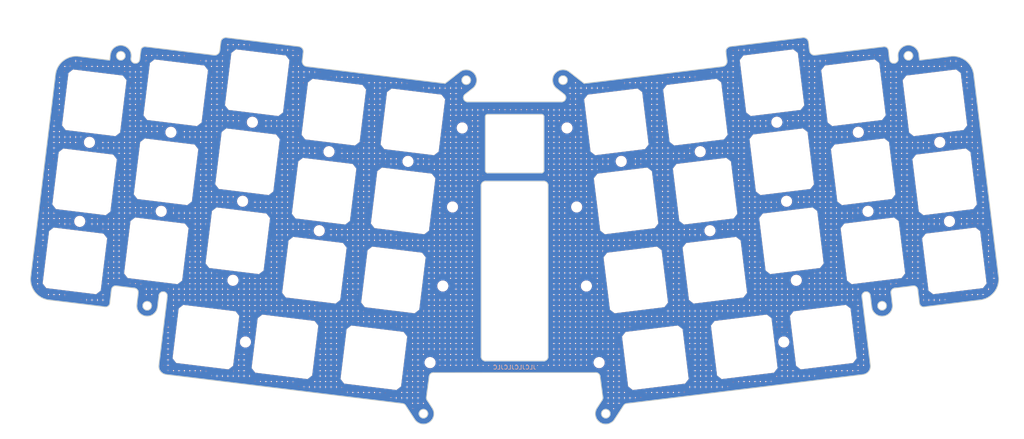
<source format=kicad_pcb>
(kicad_pcb (version 20221018) (generator pcbnew)
  (title_block (title "Le Capybara") (date "2023-07-07") (rev "v0.1") (company "sporkus"))
  (layers (0 "F.Cu" signal) (31 "B.Cu" signal) (34 "B.Paste" user) (35 "F.Paste" user) (36 "B.SilkS" user "B.Silkscreen") (37 "F.SilkS" user "F.Silkscreen") (38 "B.Mask" user) (39 "F.Mask" user) (44 "Edge.Cuts" user))
  (net 0 "")
  (footprint "capacitive_sensors:plate_cut_1U_topre" (layer "F.Cu") (at 194.537698 114.650454 -83)
    (fp_text reference "SW27")
    (fp_text value "EC_SW" hide)
    (fp_line (start -7.3 -6) (end -7.3 6) (stroke (width 0.05)) (layer "Edge.Cuts"))
    (fp_line (start -7.3 -6) (end -6.3 -7) (stroke (width 0.05)) (layer "Edge.Cuts"))
    (fp_line (start -6.3 7) (end -7.3 6) (stroke (width 0.05)) (layer "Edge.Cuts"))
    (fp_line (start -6.3 7) (end 6.3 7) (stroke (width 0.05)) (layer "Edge.Cuts"))
    (fp_line (start 6.3 -7) (end -6.3 -7) (stroke (width 0.05)) (layer "Edge.Cuts"))
    (fp_line (start 6.3 7) (end 7.3 6) (stroke (width 0.05)) (layer "Edge.Cuts"))
    (fp_line (start 7.3 -6) (end 6.3 -7) (stroke (width 0.05)) (layer "Edge.Cuts"))
    (fp_line (start 7.3 6) (end 7.3 -6) (stroke (width 0.05)) (layer "Edge.Cuts"))
  )
  (footprint "capacitive_sensors:MountingHole_2.2mm_M2" (layer "F.Cu") (at 166.860803 136.750673)
    (fp_text reference "H27" hide)
    (fp_text value "M2 Hole")
    (fp_circle (center 0 0) (end 1.1 0) (stroke (width 0.05)) (fill none) (layer "Edge.Cuts"))
    (pad "" np_thru_hole circle (at 0 0) (size 2.2 2.2) (drill 2.2) (layers "*.Cu" "*.Mask"))
  )
  (footprint "capacitive_sensors:plate_cut_1U_topre" (layer "F.Cu") (at 212.8653 107.601842 -83)
    (fp_text reference "SW28")
    (fp_text value "EC_SW" hide)
    (fp_line (start -7.3 -6) (end -7.3 6) (stroke (width 0.05)) (layer "Edge.Cuts"))
    (fp_line (start -7.3 -6) (end -6.3 -7) (stroke (width 0.05)) (layer "Edge.Cuts"))
    (fp_line (start -6.3 7) (end -7.3 6) (stroke (width 0.05)) (layer "Edge.Cuts"))
    (fp_line (start -6.3 7) (end 6.3 7) (stroke (width 0.05)) (layer "Edge.Cuts"))
    (fp_line (start 6.3 -7) (end -6.3 -7) (stroke (width 0.05)) (layer "Edge.Cuts"))
    (fp_line (start 6.3 7) (end 7.3 6) (stroke (width 0.05)) (layer "Edge.Cuts"))
    (fp_line (start 7.3 -6) (end 6.3 -7) (stroke (width 0.05)) (layer "Edge.Cuts"))
    (fp_line (start 7.3 6) (end 7.3 -6) (stroke (width 0.05)) (layer "Edge.Cuts"))
  )
  (footprint "capacitive_sensors:plate_cut_1U_topre" (layer "F.Cu") (at 122.292472 79.156057 83)
    (fp_text reference "SW5")
    (fp_text value "EC_SW" hide)
    (fp_line (start -7.3 -6) (end -7.3 6) (stroke (width 0.05)) (layer "Edge.Cuts"))
    (fp_line (start -7.3 -6) (end -6.3 -7) (stroke (width 0.05)) (layer "Edge.Cuts"))
    (fp_line (start -6.3 7) (end -7.3 6) (stroke (width 0.05)) (layer "Edge.Cuts"))
    (fp_line (start -6.3 7) (end 6.3 7) (stroke (width 0.05)) (layer "Edge.Cuts"))
    (fp_line (start 6.3 -7) (end -6.3 -7) (stroke (width 0.05)) (layer "Edge.Cuts"))
    (fp_line (start 6.3 7) (end 7.3 6) (stroke (width 0.05)) (layer "Edge.Cuts"))
    (fp_line (start 7.3 -6) (end 6.3 -7) (stroke (width 0.05)) (layer "Edge.Cuts"))
    (fp_line (start 7.3 6) (end 7.3 -6) (stroke (width 0.05)) (layer "Edge.Cuts"))
  )
  (footprint "capacitive_sensors:plate_cut_1U_topre" (layer "F.Cu") (at 119.970861 98.064061 83)
    (fp_text reference "SW15")
    (fp_text value "EC_SW" hide)
    (fp_line (start -7.3 -6) (end -7.3 6) (stroke (width 0.05)) (layer "Edge.Cuts"))
    (fp_line (start -7.3 -6) (end -6.3 -7) (stroke (width 0.05)) (layer "Edge.Cuts"))
    (fp_line (start -6.3 7) (end -7.3 6) (stroke (width 0.05)) (layer "Edge.Cuts"))
    (fp_line (start -6.3 7) (end 6.3 7) (stroke (width 0.05)) (layer "Edge.Cuts"))
    (fp_line (start 6.3 -7) (end -6.3 -7) (stroke (width 0.05)) (layer "Edge.Cuts"))
    (fp_line (start 6.3 7) (end 7.3 6) (stroke (width 0.05)) (layer "Edge.Cuts"))
    (fp_line (start 7.3 -6) (end 6.3 -7) (stroke (width 0.05)) (layer "Edge.Cuts"))
    (fp_line (start 7.3 6) (end 7.3 -6) (stroke (width 0.05)) (layer "Edge.Cuts"))
  )
  (footprint "capacitive_sensors:plate_cut_1U_topre" (layer "F.Cu") (at 91.692634 132.978056 -7)
    (fp_text reference "SW31")
    (fp_text value "EC_SW" hide)
    (fp_line (start -7.3 -6) (end -7.3 6) (stroke (width 0.05)) (layer "Edge.Cuts"))
    (fp_line (start -7.3 -6) (end -6.3 -7) (stroke (width 0.05)) (layer "Edge.Cuts"))
    (fp_line (start -6.3 7) (end -7.3 6) (stroke (width 0.05)) (layer "Edge.Cuts"))
    (fp_line (start -6.3 7) (end 6.3 7) (stroke (width 0.05)) (layer "Edge.Cuts"))
    (fp_line (start 6.3 -7) (end -6.3 -7) (stroke (width 0.05)) (layer "Edge.Cuts"))
    (fp_line (start 6.3 7) (end 7.3 6) (stroke (width 0.05)) (layer "Edge.Cuts"))
    (fp_line (start 7.3 -6) (end 6.3 -7) (stroke (width 0.05)) (layer "Edge.Cuts"))
    (fp_line (start 7.3 6) (end 7.3 -6) (stroke (width 0.05)) (layer "Edge.Cuts"))
  )
  (footprint "capacitive_sensors:plate_cut_1U_topre" (layer "F.Cu") (at 232.353707 110.007232 -83)
    (fp_text reference "SW29")
    (fp_text value "EC_SW" hide)
    (fp_line (start -7.3 -6) (end -7.3 6) (stroke (width 0.05)) (layer "Edge.Cuts"))
    (fp_line (start -7.3 -6) (end -6.3 -7) (stroke (width 0.05)) (layer "Edge.Cuts"))
    (fp_line (start -6.3 7) (end -7.3 6) (stroke (width 0.05)) (layer "Edge.Cuts"))
    (fp_line (start -6.3 7) (end 6.3 7) (stroke (width 0.05)) (layer "Edge.Cuts"))
    (fp_line (start 6.3 -7) (end -6.3 -7) (stroke (width 0.05)) (layer "Edge.Cuts"))
    (fp_line (start 6.3 7) (end 7.3 6) (stroke (width 0.05)) (layer "Edge.Cuts"))
    (fp_line (start 7.3 -6) (end 6.3 -7) (stroke (width 0.05)) (layer "Edge.Cuts"))
    (fp_line (start 7.3 6) (end 7.3 -6) (stroke (width 0.05)) (layer "Edge.Cuts"))
  )
  (footprint "capacitive_sensors:MountingHole_2.2mm_M2" (layer "F.Cu") (at 159.168967 80.607062)
    (fp_text reference "H3" hide)
    (fp_text value "M2 Hole")
    (fp_circle (center 0 0) (end 1.1 0) (stroke (width 0.05)) (fill none) (layer "Edge.Cuts"))
    (pad "" np_thru_hole circle (at 0 0) (size 2.2 2.2) (drill 2.2) (layers "*.Cu" "*.Mask"))
  )
  (footprint "capacitive_sensors:plate_cut_1U_topre" (layer "F.Cu") (at 230.032096 91.099228 -83)
    (fp_text reference "SW19")
    (fp_text value "EC_SW" hide)
    (fp_line (start -7.3 -6) (end -7.3 6) (stroke (width 0.05)) (layer "Edge.Cuts"))
    (fp_line (start -7.3 -6) (end -6.3 -7) (stroke (width 0.05)) (layer "Edge.Cuts"))
    (fp_line (start -6.3 7) (end -7.3 6) (stroke (width 0.05)) (layer "Edge.Cuts"))
    (fp_line (start -6.3 7) (end 6.3 7) (stroke (width 0.05)) (layer "Edge.Cuts"))
    (fp_line (start 6.3 -7) (end -6.3 -7) (stroke (width 0.05)) (layer "Edge.Cuts"))
    (fp_line (start 6.3 7) (end 7.3 6) (stroke (width 0.05)) (layer "Edge.Cuts"))
    (fp_line (start 7.3 -6) (end 6.3 -7) (stroke (width 0.05)) (layer "Edge.Cuts"))
    (fp_line (start 7.3 6) (end 7.3 -6) (stroke (width 0.05)) (layer "Edge.Cuts"))
  )
  (footprint "capacitive_sensors:MountingHole_2.2mm_M2" (layer "F.Cu") (at 126.418141 136.750673)
    (fp_text reference "H2" hide)
    (fp_text value "M2 Hole")
    (fp_circle (center 0 0) (end 1.1 0) (stroke (width 0.05)) (fill none) (layer "Edge.Cuts"))
    (pad "" np_thru_hole circle (at 0 0) (size 2.2 2.2) (drill 2.2) (layers "*.Cu" "*.Mask"))
  )
  (footprint "capacitive_sensors:plate_cut_1U_topre" (layer "F.Cu") (at 72.784629 130.656448 -7)
    (fp_text reference "SW35")
    (fp_text value "EC_SW" hide)
    (fp_line (start -7.3 -6) (end -7.3 6) (stroke (width 0.05)) (layer "Edge.Cuts"))
    (fp_line (start -7.3 -6) (end -6.3 -7) (stroke (width 0.05)) (layer "Edge.Cuts"))
    (fp_line (start -6.3 7) (end -7.3 6) (stroke (width 0.05)) (layer "Edge.Cuts"))
    (fp_line (start -6.3 7) (end 6.3 7) (stroke (width 0.05)) (layer "Edge.Cuts"))
    (fp_line (start 6.3 -7) (end -6.3 -7) (stroke (width 0.05)) (layer "Edge.Cuts"))
    (fp_line (start 6.3 7) (end 7.3 6) (stroke (width 0.05)) (layer "Edge.Cuts"))
    (fp_line (start 7.3 -6) (end 6.3 -7) (stroke (width 0.05)) (layer "Edge.Cuts"))
    (fp_line (start 7.3 6) (end 7.3 -6) (stroke (width 0.05)) (layer "Edge.Cuts"))
  )
  (footprint "capacitive_sensors:MountingHole_2.2mm_M2" (layer "F.Cu") (at 81.574451 98.147837)
    (fp_text reference "H24" hide)
    (fp_text value "M2 Hole")
    (fp_circle (center 0 0) (end 1.1 0) (stroke (width 0.05)) (fill none) (layer "Edge.Cuts"))
    (pad "" np_thru_hole circle (at 0 0) (size 2.2 2.2) (drill 2.2) (layers "*.Cu" "*.Mask"))
  )
  (footprint "capacitive_sensors:MountingHole_2.2mm_M2" (layer "F.Cu") (at 231.18673 100.554051)
    (fp_text reference "H33" hide)
    (fp_text value "M2 Hole")
    (fp_circle (center 0 0) (end 1.1 0) (stroke (width 0.05)) (fill none) (layer "Edge.Cuts"))
    (pad "" np_thru_hole circle (at 0 0) (size 2.2 2.2) (drill 2.2) (layers "*.Cu" "*.Mask"))
  )
  (footprint "capacitive_sensors:MountingHole_2.2mm_M2" (layer "F.Cu") (at 129.466755 118.423073)
    (fp_text reference "H14" hide)
    (fp_text value "M2 Hole")
    (fp_circle (center 0 0) (end 1.1 0) (stroke (width 0.05)) (fill none) (layer "Edge.Cuts"))
    (pad "" np_thru_hole circle (at 0 0) (size 2.2 2.2) (drill 2.2) (layers "*.Cu" "*.Mask"))
  )
  (footprint "capacitive_sensors:plate_cut_1U_topre" (layer "F.Cu") (at 60.925238 110.007232 83)
    (fp_text reference "SW22")
    (fp_text value "EC_SW" hide)
    (fp_line (start -7.3 -6) (end -7.3 6) (stroke (width 0.05)) (layer "Edge.Cuts"))
    (fp_line (start -7.3 -6) (end -6.3 -7) (stroke (width 0.05)) (layer "Edge.Cuts"))
    (fp_line (start -6.3 7) (end -7.3 6) (stroke (width 0.05)) (layer "Edge.Cuts"))
    (fp_line (start -6.3 7) (end 6.3 7) (stroke (width 0.05)) (layer "Edge.Cuts"))
    (fp_line (start 6.3 -7) (end -6.3 -7) (stroke (width 0.05)) (layer "Edge.Cuts"))
    (fp_line (start 6.3 7) (end 7.3 6) (stroke (width 0.05)) (layer "Edge.Cuts"))
    (fp_line (start 7.3 -6) (end 6.3 -7) (stroke (width 0.05)) (layer "Edge.Cuts"))
    (fp_line (start 7.3 6) (end 7.3 -6) (stroke (width 0.05)) (layer "Edge.Cuts"))
  )
  (footprint "capacitive_sensors:plate_cut_1U_topre" (layer "F.Cu") (at 175.629694 116.972065 -83)
    (fp_text reference "SW26")
    (fp_text value "EC_SW" hide)
    (fp_line (start -7.3 -6) (end -7.3 6) (stroke (width 0.05)) (layer "Edge.Cuts"))
    (fp_line (start -7.3 -6) (end -6.3 -7) (stroke (width 0.05)) (layer "Edge.Cuts"))
    (fp_line (start -6.3 7) (end -7.3 6) (stroke (width 0.05)) (layer "Edge.Cuts"))
    (fp_line (start -6.3 7) (end 6.3 7) (stroke (width 0.05)) (layer "Edge.Cuts"))
    (fp_line (start 6.3 -7) (end -6.3 -7) (stroke (width 0.05)) (layer "Edge.Cuts"))
    (fp_line (start 6.3 7) (end 7.3 6) (stroke (width 0.05)) (layer "Edge.Cuts"))
    (fp_line (start 7.3 -6) (end 6.3 -7) (stroke (width 0.05)) (layer "Edge.Cuts"))
    (fp_line (start 7.3 6) (end 7.3 -6) (stroke (width 0.05)) (layer "Edge.Cuts"))
  )
  (footprint "capacitive_sensors:plate_cut_1U_topre" (layer "F.Cu") (at 103.384468 76.834446 83)
    (fp_text reference "SW4")
    (fp_text value "EC_SW" hide)
    (fp_line (start -7.3 -6) (end -7.3 6) (stroke (width 0.05)) (layer "Edge.Cuts"))
    (fp_line (start -7.3 -6) (end -6.3 -7) (stroke (width 0.05)) (layer "Edge.Cuts"))
    (fp_line (start -6.3 7) (end -7.3 6) (stroke (width 0.05)) (layer "Edge.Cuts"))
    (fp_line (start -6.3 7) (end 6.3 7) (stroke (width 0.05)) (layer "Edge.Cuts"))
    (fp_line (start 6.3 -7) (end -6.3 -7) (stroke (width 0.05)) (layer "Edge.Cuts"))
    (fp_line (start 6.3 7) (end 7.3 6) (stroke (width 0.05)) (layer "Edge.Cuts"))
    (fp_line (start 7.3 -6) (end 6.3 -7) (stroke (width 0.05)) (layer "Edge.Cuts"))
    (fp_line (start 7.3 6) (end 7.3 -6) (stroke (width 0.05)) (layer "Edge.Cuts"))
  )
  (footprint "capacitive_sensors:MountingHole_2.2mm_M2" (layer "F.Cu") (at 42.603801 102.95944)
    (fp_text reference "H7" hide)
    (fp_text value "M2 Hole")
    (fp_circle (center 0 0) (end 1.1 0) (stroke (width 0.05)) (fill none) (layer "Edge.Cuts"))
    (pad "" np_thru_hole circle (at 0 0) (size 2.2 2.2) (drill 2.2) (layers "*.Cu" "*.Mask"))
  )
  (footprint "capacitive_sensors:MountingHole_2.2mm_M2" (layer "F.Cu") (at 248.353525 84.051435)
    (fp_text reference "H29" hide)
    (fp_text value "M2 Hole")
    (fp_circle (center 0 0) (end 1.1 0) (stroke (width 0.05)) (fill none) (layer "Edge.Cuts"))
    (pad "" np_thru_hole circle (at 0 0) (size 2.2 2.2) (drill 2.2) (layers "*.Cu" "*.Mask"))
  )
  (footprint "capacitive_sensors:plate_cut_1U_topre" (layer "F.Cu") (at 117.64925 116.972065 83)
    (fp_text reference "SW25")
    (fp_text value "EC_SW" hide)
    (fp_line (start -7.3 -6) (end -7.3 6) (stroke (width 0.05)) (layer "Edge.Cuts"))
    (fp_line (start -7.3 -6) (end -6.3 -7) (stroke (width 0.05)) (layer "Edge.Cuts"))
    (fp_line (start -6.3 7) (end -7.3 6) (stroke (width 0.05)) (layer "Edge.Cuts"))
    (fp_line (start -6.3 7) (end 6.3 7) (stroke (width 0.05)) (layer "Edge.Cuts"))
    (fp_line (start 6.3 -7) (end -6.3 -7) (stroke (width 0.05)) (layer "Edge.Cuts"))
    (fp_line (start 6.3 7) (end 7.3 6) (stroke (width 0.05)) (layer "Edge.Cuts"))
    (fp_line (start 7.3 -6) (end 6.3 -7) (stroke (width 0.05)) (layer "Edge.Cuts"))
    (fp_line (start 7.3 6) (end 7.3 -6) (stroke (width 0.05)) (layer "Edge.Cuts"))
  )
  (footprint "capacitive_sensors:MountingHole_2.2mm_M2" (layer "F.Cu") (at 209.376715 79.24065)
    (fp_text reference "H30" hide)
    (fp_text value "M2 Hole")
    (fp_circle (center 0 0) (end 1.1 0) (stroke (width 0.05)) (fill none) (layer "Edge.Cuts"))
    (pad "" np_thru_hole circle (at 0 0) (size 2.2 2.2) (drill 2.2) (layers "*.Cu" "*.Mask"))
  )
  (footprint "capacitive_sensors:plate_cut_1U_topre" (layer "F.Cu") (at 112.964139 135.589868 -7)
    (fp_text reference "SW32")
    (fp_text value "EC_SW" hide)
    (fp_line (start -7.3 -6) (end -7.3 6) (stroke (width 0.05)) (layer "Edge.Cuts"))
    (fp_line (start -7.3 -6) (end -6.3 -7) (stroke (width 0.05)) (layer "Edge.Cuts"))
    (fp_line (start -6.3 7) (end -7.3 6) (stroke (width 0.05)) (layer "Edge.Cuts"))
    (fp_line (start -6.3 7) (end 6.3 7) (stroke (width 0.05)) (layer "Edge.Cuts"))
    (fp_line (start 6.3 -7) (end -6.3 -7) (stroke (width 0.05)) (layer "Edge.Cuts"))
    (fp_line (start 6.3 7) (end 7.3 6) (stroke (width 0.05)) (layer "Edge.Cuts"))
    (fp_line (start 7.3 -6) (end 6.3 -7) (stroke (width 0.05)) (layer "Edge.Cuts"))
    (fp_line (start 7.3 6) (end 7.3 -6) (stroke (width 0.05)) (layer "Edge.Cuts"))
  )
  (footprint "capacitive_sensors:plate_cut_1U_topre" (layer "F.Cu") (at 43.758442 93.504618 83)
    (fp_text reference "SW11")
    (fp_text value "EC_SW" hide)
    (fp_line (start -7.3 -6) (end -7.3 6) (stroke (width 0.05)) (layer "Edge.Cuts"))
    (fp_line (start -7.3 -6) (end -6.3 -7) (stroke (width 0.05)) (layer "Edge.Cuts"))
    (fp_line (start -6.3 7) (end -7.3 6) (stroke (width 0.05)) (layer "Edge.Cuts"))
    (fp_line (start -6.3 7) (end 6.3 7) (stroke (width 0.05)) (layer "Edge.Cuts"))
    (fp_line (start 6.3 -7) (end -6.3 -7) (stroke (width 0.05)) (layer "Edge.Cuts"))
    (fp_line (start 6.3 7) (end 7.3 6) (stroke (width 0.05)) (layer "Edge.Cuts"))
    (fp_line (start 7.3 -6) (end 6.3 -7) (stroke (width 0.05)) (layer "Edge.Cuts"))
    (fp_line (start 7.3 6) (end 7.3 -6) (stroke (width 0.05)) (layer "Edge.Cuts"))
  )
  (footprint "capacitive_sensors:MountingHole_2.2mm_M2" (layer "F.Cu") (at 163.812189 118.423073)
    (fp_text reference "H23" hide)
    (fp_text value "M2 Hole")
    (fp_circle (center 0 0) (end 1.1 0) (stroke (width 0.05)) (fill none) (layer "Edge.Cuts"))
    (pad "" np_thru_hole circle (at 0 0) (size 2.2 2.2) (drill 2.2) (layers "*.Cu" "*.Mask"))
  )
  (footprint "capacitive_sensors:plate_cut_1U_topre" (layer "F.Cu") (at 227.710485 72.191224 -83)
    (fp_text reference "SW9")
    (fp_text value "EC_SW" hide)
    (fp_line (start -7.3 -6) (end -7.3 6) (stroke (width 0.05)) (layer "Edge.Cuts"))
    (fp_line (start -7.3 -6) (end -6.3 -7) (stroke (width 0.05)) (layer "Edge.Cuts"))
    (fp_line (start -6.3 7) (end -7.3 6) (stroke (width 0.05)) (layer "Edge.Cuts"))
    (fp_line (start -6.3 7) (end 6.3 7) (stroke (width 0.05)) (layer "Edge.Cuts"))
    (fp_line (start 6.3 -7) (end -6.3 -7) (stroke (width 0.05)) (layer "Edge.Cuts"))
    (fp_line (start 6.3 7) (end 7.3 6) (stroke (width 0.05)) (layer "Edge.Cuts"))
    (fp_line (start 7.3 -6) (end 6.3 -7) (stroke (width 0.05)) (layer "Edge.Cuts"))
    (fp_line (start 7.3 6) (end 7.3 -6) (stroke (width 0.05)) (layer "Edge.Cuts"))
  )
  (footprint "capacitive_sensors:plate_cut_1U_topre" (layer "F.Cu") (at 220.494315 130.656443 7)
    (fp_text reference "SW36")
    (fp_text value "EC_SW" hide)
    (fp_line (start -7.3 -6) (end -7.3 6) (stroke (width 0.05)) (layer "Edge.Cuts"))
    (fp_line (start -7.3 -6) (end -6.3 -7) (stroke (width 0.05)) (layer "Edge.Cuts"))
    (fp_line (start -6.3 7) (end -7.3 6) (stroke (width 0.05)) (layer "Edge.Cuts"))
    (fp_line (start -6.3 7) (end 6.3 7) (stroke (width 0.05)) (layer "Edge.Cuts"))
    (fp_line (start 6.3 -7) (end -6.3 -7) (stroke (width 0.05)) (layer "Edge.Cuts"))
    (fp_line (start 6.3 7) (end 7.3 6) (stroke (width 0.05)) (layer "Edge.Cuts"))
    (fp_line (start 7.3 -6) (end 6.3 -7) (stroke (width 0.05)) (layer "Edge.Cuts"))
    (fp_line (start 7.3 6) (end 7.3 -6) (stroke (width 0.05)) (layer "Edge.Cuts"))
  )
  (footprint "capacitive_sensors:plate_cut_1U_topre" (layer "F.Cu") (at 247.198892 74.596614 -83)
    (fp_text reference "SW10")
    (fp_text value "EC_SW" hide)
    (fp_line (start -7.3 -6) (end -7.3 6) (stroke (width 0.05)) (layer "Edge.Cuts"))
    (fp_line (start -7.3 -6) (end -6.3 -7) (stroke (width 0.05)) (layer "Edge.Cuts"))
    (fp_line (start -6.3 7) (end -7.3 6) (stroke (width 0.05)) (layer "Edge.Cuts"))
    (fp_line (start -6.3 7) (end 6.3 7) (stroke (width 0.05)) (layer "Edge.Cuts"))
    (fp_line (start 6.3 -7) (end -6.3 -7) (stroke (width 0.05)) (layer "Edge.Cuts"))
    (fp_line (start 6.3 7) (end 7.3 6) (stroke (width 0.05)) (layer "Edge.Cuts"))
    (fp_line (start 7.3 -6) (end 6.3 -7) (stroke (width 0.05)) (layer "Edge.Cuts"))
    (fp_line (start 7.3 6) (end 7.3 -6) (stroke (width 0.05)) (layer "Edge.Cuts"))
  )
  (footprint "capacitive_sensors:plate_cut_1U_topre" (layer "F.Cu") (at 63.246849 91.099228 83)
    (fp_text reference "SW12")
    (fp_text value "EC_SW" hide)
    (fp_line (start -7.3 -6) (end -7.3 6) (stroke (width 0.05)) (layer "Edge.Cuts"))
    (fp_line (start -7.3 -6) (end -6.3 -7) (stroke (width 0.05)) (layer "Edge.Cuts"))
    (fp_line (start -6.3 7) (end -7.3 6) (stroke (width 0.05)) (layer "Edge.Cuts"))
    (fp_line (start -6.3 7) (end 6.3 7) (stroke (width 0.05)) (layer "Edge.Cuts"))
    (fp_line (start 6.3 -7) (end -6.3 -7) (stroke (width 0.05)) (layer "Edge.Cuts"))
    (fp_line (start 6.3 7) (end 7.3 6) (stroke (width 0.05)) (layer "Edge.Cuts"))
    (fp_line (start 7.3 -6) (end 6.3 -7) (stroke (width 0.05)) (layer "Edge.Cuts"))
    (fp_line (start 7.3 6) (end 7.3 -6) (stroke (width 0.05)) (layer "Edge.Cuts"))
  )
  (footprint "capacitive_sensors:plate_cut_1U_topre" (layer "F.Cu") (at 46.080053 74.596614 83)
    (fp_text reference "SW1")
    (fp_text value "EC_SW" hide)
    (fp_line (start -7.3 -6) (end -7.3 6) (stroke (width 0.05)) (layer "Edge.Cuts"))
    (fp_line (start -7.3 -6) (end -6.3 -7) (stroke (width 0.05)) (layer "Edge.Cuts"))
    (fp_line (start -6.3 7) (end -7.3 6) (stroke (width 0.05)) (layer "Edge.Cuts"))
    (fp_line (start -6.3 7) (end 6.3 7) (stroke (width 0.05)) (layer "Edge.Cuts"))
    (fp_line (start 6.3 -7) (end -6.3 -7) (stroke (width 0.05)) (layer "Edge.Cuts"))
    (fp_line (start 6.3 7) (end 7.3 6) (stroke (width 0.05)) (layer "Edge.Cuts"))
    (fp_line (start 7.3 -6) (end 6.3 -7) (stroke (width 0.05)) (layer "Edge.Cuts"))
    (fp_line (start 7.3 6) (end 7.3 -6) (stroke (width 0.05)) (layer "Edge.Cuts"))
  )
  (footprint "capacitive_sensors:plate_cut_1U_topre" (layer "F.Cu") (at 201.586311 132.978056 7)
    (fp_text reference "SW34")
    (fp_text value "EC_SW" hide)
    (fp_line (start -7.3 -6) (end -7.3 6) (stroke (width 0.05)) (layer "Edge.Cuts"))
    (fp_line (start -7.3 -6) (end -6.3 -7) (stroke (width 0.05)) (layer "Edge.Cuts"))
    (fp_line (start -6.3 7) (end -7.3 6) (stroke (width 0.05)) (layer "Edge.Cuts"))
    (fp_line (start -6.3 7) (end 6.3 7) (stroke (width 0.05)) (layer "Edge.Cuts"))
    (fp_line (start 6.3 -7) (end -6.3 -7) (stroke (width 0.05)) (layer "Edge.Cuts"))
    (fp_line (start 6.3 7) (end 7.3 6) (stroke (width 0.05)) (layer "Edge.Cuts"))
    (fp_line (start 7.3 -6) (end 6.3 -7) (stroke (width 0.05)) (layer "Edge.Cuts"))
    (fp_line (start 7.3 6) (end 7.3 -6) (stroke (width 0.05)) (layer "Edge.Cuts"))
  )
  (footprint "capacitive_sensors:MountingHole_2.2mm_M2" (layer "F.Cu") (at 191.049112 86.289267)
    (fp_text reference "H20" hide)
    (fp_text value "M2 Hole")
    (fp_circle (center 0 0) (end 1.1 0) (stroke (width 0.05)) (fill none) (layer "Edge.Cuts"))
    (pad "" np_thru_hole circle (at 0 0) (size 2.2 2.2) (drill 2.2) (layers "*.Cu" "*.Mask"))
  )
  (footprint "capacitive_sensors:MountingHole_2.2mm_M2" (layer "F.Cu") (at 64.413824 81.646043)
    (fp_text reference "H16" hide)
    (fp_text value "M2 Hole")
    (fp_circle (center 0 0) (end 1.1 0) (stroke (width 0.05)) (fill none) (layer "Edge.Cuts"))
    (pad "" np_thru_hole circle (at 0 0) (size 2.2 2.2) (drill 2.2) (layers "*.Cu" "*.Mask"))
  )
  (footprint "capacitive_sensors:plate_cut_1U_topre" (layer "F.Cu") (at 180.314806 135.589868 7)
    (fp_text reference "SW33")
    (fp_text value "EC_SW" hide)
    (fp_line (start -7.3 -6) (end -7.3 6) (stroke (width 0.05)) (layer "Edge.Cuts"))
    (fp_line (start -7.3 -6) (end -6.3 -7) (stroke (width 0.05)) (layer "Edge.Cuts"))
    (fp_line (start -6.3 7) (end -7.3 6) (stroke (width 0.05)) (layer "Edge.Cuts"))
    (fp_line (start -6.3 7) (end 6.3 7) (stroke (width 0.05)) (layer "Edge.Cuts"))
    (fp_line (start 6.3 -7) (end -6.3 -7) (stroke (width 0.05)) (layer "Edge.Cuts"))
    (fp_line (start 6.3 7) (end 7.3 6) (stroke (width 0.05)) (layer "Edge.Cuts"))
    (fp_line (start 7.3 -6) (end 6.3 -7) (stroke (width 0.05)) (layer "Edge.Cuts"))
    (fp_line (start 7.3 6) (end 7.3 -6) (stroke (width 0.05)) (layer "Edge.Cuts"))
  )
  (footprint "capacitive_sensors:plate_cut_1U_topre" (layer "F.Cu") (at 65.56846 72.191224 83)
    (fp_text reference "SW2")
    (fp_text value "EC_SW" hide)
    (fp_line (start -7.3 -6) (end -7.3 6) (stroke (width 0.05)) (layer "Edge.Cuts"))
    (fp_line (start -7.3 -6) (end -6.3 -7) (stroke (width 0.05)) (layer "Edge.Cuts"))
    (fp_line (start -6.3 7) (end -7.3 6) (stroke (width 0.05)) (layer "Edge.Cuts"))
    (fp_line (start -6.3 7) (end 6.3 7) (stroke (width 0.05)) (layer "Edge.Cuts"))
    (fp_line (start 6.3 -7) (end -6.3 -7) (stroke (width 0.05)) (layer "Edge.Cuts"))
    (fp_line (start 6.3 7) (end 7.3 6) (stroke (width 0.05)) (layer "Edge.Cuts"))
    (fp_line (start 7.3 -6) (end 6.3 -7) (stroke (width 0.05)) (layer "Edge.Cuts"))
    (fp_line (start 7.3 6) (end 7.3 -6) (stroke (width 0.05)) (layer "Edge.Cuts"))
  )
  (footprint "capacitive_sensors:plate_cut_1U_topre" (layer "F.Cu") (at 82.735256 88.693838 83)
    (fp_text reference "SW13")
    (fp_text value "EC_SW" hide)
    (fp_line (start -7.3 -6) (end -7.3 6) (stroke (width 0.05)) (layer "Edge.Cuts"))
    (fp_line (start -7.3 -6) (end -6.3 -7) (stroke (width 0.05)) (layer "Edge.Cuts"))
    (fp_line (start -6.3 7) (end -7.3 6) (stroke (width 0.05)) (layer "Edge.Cuts"))
    (fp_line (start -6.3 7) (end 6.3 7) (stroke (width 0.05)) (layer "Edge.Cuts"))
    (fp_line (start 6.3 -7) (end -6.3 -7) (stroke (width 0.05)) (layer "Edge.Cuts"))
    (fp_line (start 6.3 7) (end 7.3 6) (stroke (width 0.05)) (layer "Edge.Cuts"))
    (fp_line (start 7.3 -6) (end 6.3 -7) (stroke (width 0.05)) (layer "Edge.Cuts"))
    (fp_line (start 7.3 6) (end 7.3 -6) (stroke (width 0.05)) (layer "Edge.Cuts"))
  )
  (footprint "capacitive_sensors:MountingHole_2.2mm_M2" (layer "F.Cu") (at 99.902051 105.196455)
    (fp_text reference "H25" hide)
    (fp_text value "M2 Hole")
    (fp_circle (center 0 0) (end 1.1 0) (stroke (width 0.05)) (fill none) (layer "Edge.Cuts"))
    (pad "" np_thru_hole circle (at 0 0) (size 2.2 2.2) (drill 2.2) (layers "*.Cu" "*.Mask"))
  )
  (footprint "capacitive_sensors:MountingHole_2.2mm_M2" (layer "F.Cu") (at 250.675141 102.959438)
    (fp_text reference "H34" hide)
    (fp_text value "M2 Hole")
    (fp_circle (center 0 0) (end 1.1 0) (stroke (width 0.05)) (fill none) (layer "Edge.Cuts"))
    (pad "" np_thru_hole circle (at 0 0) (size 2.2 2.2) (drill 2.2) (layers "*.Cu" "*.Mask"))
  )
  (footprint "capacitive_sensors:plate_cut_1U_topre" (layer "F.Cu") (at 251.843482 112.409408 -83)
    (fp_text reference "SW30")
    (fp_text value "EC_SW" hide)
    (fp_line (start -7.3 -6) (end -7.3 6) (stroke (width 0.05)) (layer "Edge.Cuts"))
    (fp_line (start -7.3 -6) (end -6.3 -7) (stroke (width 0.05)) (layer "Edge.Cuts"))
    (fp_line (start -6.3 7) (end -7.3 6) (stroke (width 0.05)) (layer "Edge.Cuts"))
    (fp_line (start -6.3 7) (end 6.3 7) (stroke (width 0.05)) (layer "Edge.Cuts"))
    (fp_line (start 6.3 -7) (end -6.3 -7) (stroke (width 0.05)) (layer "Edge.Cuts"))
    (fp_line (start 6.3 7) (end 7.3 6) (stroke (width 0.05)) (layer "Edge.Cuts"))
    (fp_line (start 7.3 -6) (end 6.3 -7) (stroke (width 0.05)) (layer "Edge.Cuts"))
    (fp_line (start 7.3 6) (end 7.3 -6) (stroke (width 0.05)) (layer "Edge.Cuts"))
  )
  (footprint "capacitive_sensors:MountingHole_2.2mm_M2" (layer "F.Cu") (at 161.490576 99.515068)
    (fp_text reference "H11" hide)
    (fp_text value "M2 Hole")
    (fp_circle (center 0 0) (end 1.1 0) (stroke (width 0.05)) (fill none) (layer "Edge.Cuts"))
    (pad "" np_thru_hole circle (at 0 0) (size 2.2 2.2) (drill 2.2) (layers "*.Cu" "*.Mask"))
  )
  (footprint "capacitive_sensors:MountingHole_2.2mm_M2" (layer "F.Cu") (at 83.902227 79.240652)
    (fp_text reference "H4" hide)
    (fp_text value "M2 Hole")
    (fp_circle (center 0 0) (end 1.1 0) (stroke (width 0.05)) (fill none) (layer "Edge.Cuts"))
    (pad "" np_thru_hole circle (at 0 0) (size 2.2 2.2) (drill 2.2) (layers "*.Cu" "*.Mask"))
  )
  (footprint "capacitive_sensors:MountingHole_2.2mm_M2" (layer "F.Cu") (at 134.109977 80.607062)
    (fp_text reference "H21" hide)
    (fp_text value "M2 Hole")
    (fp_circle (center 0 0) (end 1.1 0) (stroke (width 0.05)) (fill none) (layer "Edge.Cuts"))
    (pad "" np_thru_hole circle (at 0 0) (size 2.2 2.2) (drill 2.2) (layers "*.Cu" "*.Mask"))
  )
  (footprint "capacitive_sensors:MountingHole_2.2mm_M2" (layer "F.Cu") (at 79.252841 117.055846)
    (fp_text reference "H10" hide)
    (fp_text value "M2 Hole")
    (fp_circle (center 0 0) (end 1.1 0) (stroke (width 0.05)) (fill none) (layer "Edge.Cuts"))
    (pad "" np_thru_hole circle (at 0 0) (size 2.2 2.2) (drill 2.2) (layers "*.Cu" "*.Mask"))
  )
  (footprint "capacitive_sensors:MountingHole_2.2mm_M2" (layer "F.Cu") (at 82.238631 131.817253)
    (fp_text reference "H22" hide)
    (fp_text value "M2 Hole")
    (fp_circle (center 0 0) (end 1.1 0) (stroke (width 0.05)) (fill none) (layer "Edge.Cuts"))
    (pad "" np_thru_hole circle (at 0 0) (size 2.2 2.2) (drill 2.2) (layers "*.Cu" "*.Mask"))
  )
  (footprint "capacitive_sensors:MountingHole_2.2mm_M2" (layer "F.Cu") (at 172.147274 88.610059)
    (fp_text reference "H9" hide)
    (fp_text value "M2 Hole")
    (fp_circle (center 0 0) (end 1.1 0) (stroke (width 0.05)) (fill none) (layer "Edge.Cuts"))
    (pad "" np_thru_hole circle (at 0 0) (size 2.2 2.2) (drill 2.2) (layers "*.Cu" "*.Mask"))
  )
  (footprint "capacitive_sensors:MountingHole_2.2mm_M2" (layer "F.Cu") (at 102.229832 86.289267)
    (fp_text reference "H18" hide)
    (fp_text value "M2 Hole")
    (fp_circle (center 0 0) (end 1.1 0) (stroke (width 0.05)) (fill none) (layer "Edge.Cuts"))
    (pad "" np_thru_hole circle (at 0 0) (size 2.2 2.2) (drill 2.2) (layers "*.Cu" "*.Mask"))
  )
  (footprint "capacitive_sensors:plate_cut_1U_topre" (layer "F.Cu") (at 41.442999 112.413442 83)
    (fp_text reference "SW21")
    (fp_text value "EC_SW" hide)
    (fp_line (start -7.3 -6) (end -7.3 6) (stroke (width 0.05)) (layer "Edge.Cuts"))
    (fp_line (start -7.3 -6) (end -6.3 -7) (stroke (width 0.05)) (layer "Edge.Cuts"))
    (fp_line (start -6.3 7) (end -7.3 6) (stroke (width 0.05)) (layer "Edge.Cuts"))
    (fp_line (start -6.3 7) (end 6.3 7) (stroke (width 0.05)) (layer "Edge.Cuts"))
    (fp_line (start 6.3 -7) (end -6.3 -7) (stroke (width 0.05)) (layer "Edge.Cuts"))
    (fp_line (start 6.3 7) (end 7.3 6) (stroke (width 0.05)) (layer "Edge.Cuts"))
    (fp_line (start 7.3 -6) (end 6.3 -7) (stroke (width 0.05)) (layer "Edge.Cuts"))
    (fp_line (start 7.3 6) (end 7.3 -6) (stroke (width 0.05)) (layer "Edge.Cuts"))
  )
  (footprint "capacitive_sensors:MountingHole_2.2mm_M2" (layer "F.Cu") (at 214.026101 117.055844)
    (fp_text reference "H12" hide)
    (fp_text value "M2 Hole")
    (fp_circle (center 0 0) (end 1.1 0) (stroke (width 0.05)) (fill none) (layer "Edge.Cuts"))
    (pad "" np_thru_hole circle (at 0 0) (size 2.2 2.2) (drill 2.2) (layers "*.Cu" "*.Mask"))
  )
  (footprint "capacitive_sensors:MountingHole_2.2mm_M2" (layer "F.Cu") (at 228.86512 81.646043)
    (fp_text reference "H19" hide)
    (fp_text value "M2 Hole")
    (fp_circle (center 0 0) (end 1.1 0) (stroke (width 0.05)) (fill none) (layer "Edge.Cuts"))
    (pad "" np_thru_hole circle (at 0 0) (size 2.2 2.2) (drill 2.2) (layers "*.Cu" "*.Mask"))
  )
  (footprint "capacitive_sensors:plate_cut_1U_topre" (layer "F.Cu") (at 98.741246 114.650454 83)
    (fp_text reference "SW24")
    (fp_text value "EC_SW" hide)
    (fp_line (start -7.3 -6) (end -7.3 6) (stroke (width 0.05)) (layer "Edge.Cuts"))
    (fp_line (start -7.3 -6) (end -6.3 -7) (stroke (width 0.05)) (layer "Edge.Cuts"))
    (fp_line (start -6.3 7) (end -7.3 6) (stroke (width 0.05)) (layer "Edge.Cuts"))
    (fp_line (start -6.3 7) (end 6.3 7) (stroke (width 0.05)) (layer "Edge.Cuts"))
    (fp_line (start 6.3 -7) (end -6.3 -7) (stroke (width 0.05)) (layer "Edge.Cuts"))
    (fp_line (start 6.3 7) (end 7.3 6) (stroke (width 0.05)) (layer "Edge.Cuts"))
    (fp_line (start 7.3 -6) (end 6.3 -7) (stroke (width 0.05)) (layer "Edge.Cuts"))
    (fp_line (start 7.3 6) (end 7.3 -6) (stroke (width 0.05)) (layer "Edge.Cuts"))
  )
  (footprint "capacitive_sensors:MountingHole_2.2mm_M2" (layer "F.Cu") (at 211.040311 131.817251)
    (fp_text reference "H32" hide)
    (fp_text value "M2 Hole")
    (fp_circle (center 0 0) (end 1.1 0) (stroke (width 0.05)) (fill none) (layer "Edge.Cuts"))
    (pad "" np_thru_hole circle (at 0 0) (size 2.2 2.2) (drill 2.2) (layers "*.Cu" "*.Mask"))
  )
  (footprint "capacitive_sensors:MountingHole_2.2mm_M2" (layer "F.Cu") (at 131.788368 99.515068)
    (fp_text reference "H6" hide)
    (fp_text value "M2 Hole")
    (fp_circle (center 0 0) (end 1.1 0) (stroke (width 0.05)) (fill none) (layer "Edge.Cuts"))
    (pad "" np_thru_hole circle (at 0 0) (size 2.2 2.2) (drill 2.2) (layers "*.Cu" "*.Mask"))
  )
  (footprint "capacitive_sensors:plate_cut_1U_topre" (layer "F.Cu") (at 80.413645 107.601842 83)
    (fp_text reference "SW23")
    (fp_text value "EC_SW" hide)
    (fp_line (start -7.3 -6) (end -7.3 6) (stroke (width 0.05)) (layer "Edge.Cuts"))
    (fp_line (start -7.3 -6) (end -6.3 -7) (stroke (width 0.05)) (layer "Edge.Cuts"))
    (fp_line (start -6.3 7) (end -7.3 6) (stroke (width 0.05)) (layer "Edge.Cuts"))
    (fp_line (start -6.3 7) (end 6.3 7) (stroke (width 0.05)) (layer "Edge.Cuts"))
    (fp_line (start 6.3 -7) (end -6.3 -7) (stroke (width 0.05)) (layer "Edge.Cuts"))
    (fp_line (start 6.3 7) (end 7.3 6) (stroke (width 0.05)) (layer "Edge.Cuts"))
    (fp_line (start 7.3 -6) (end 6.3 -7) (stroke (width 0.05)) (layer "Edge.Cuts"))
    (fp_line (start 7.3 6) (end 7.3 -6) (stroke (width 0.05)) (layer "Edge.Cuts"))
  )
  (footprint "capacitive_sensors:plate_cut_1U_topre" (layer "F.Cu") (at 249.520503 93.504618 -83)
    (fp_text reference "SW20")
    (fp_text value "EC_SW" hide)
    (fp_line (start -7.3 -6) (end -7.3 6) (stroke (width 0.05)) (layer "Edge.Cuts"))
    (fp_line (start -7.3 -6) (end -6.3 -7) (stroke (width 0.05)) (layer "Edge.Cuts"))
    (fp_line (start -6.3 7) (end -7.3 6) (stroke (width 0.05)) (layer "Edge.Cuts"))
    (fp_line (start -6.3 7) (end 6.3 7) (stroke (width 0.05)) (layer "Edge.Cuts"))
    (fp_line (start 6.3 -7) (end -6.3 -7) (stroke (width 0.05)) (layer "Edge.Cuts"))
    (fp_line (start 6.3 7) (end 7.3 6) (stroke (width 0.05)) (layer "Edge.Cuts"))
    (fp_line (start 7.3 -6) (end 6.3 -7) (stroke (width 0.05)) (layer "Edge.Cuts"))
    (fp_line (start 7.3 6) (end 7.3 -6) (stroke (width 0.05)) (layer "Edge.Cuts"))
  )
  (footprint "capacitive_sensors:plate_cut_1U_topre" (layer "F.Cu") (at 170.986472 79.156057 -83)
    (fp_text reference "SW6")
    (fp_text value "EC_SW" hide)
    (fp_line (start -7.3 -6) (end -7.3 6) (stroke (width 0.05)) (layer "Edge.Cuts"))
    (fp_line (start -7.3 -6) (end -6.3 -7) (stroke (width 0.05)) (layer "Edge.Cuts"))
    (fp_line (start -6.3 7) (end -7.3 6) (stroke (width 0.05)) (layer "Edge.Cuts"))
    (fp_line (start -6.3 7) (end 6.3 7) (stroke (width 0.05)) (layer "Edge.Cuts"))
    (fp_line (start 6.3 -7) (end -6.3 -7) (stroke (width 0.05)) (layer "Edge.Cuts"))
    (fp_line (start 6.3 7) (end 7.3 6) (stroke (width 0.05)) (layer "Edge.Cuts"))
    (fp_line (start 7.3 -6) (end 6.3 -7) (stroke (width 0.05)) (layer "Edge.Cuts"))
    (fp_line (start 7.3 6) (end 7.3 -6) (stroke (width 0.05)) (layer "Edge.Cuts"))
  )
  (footprint "capacitive_sensors:plate_cut_1U_topre" (layer "F.Cu") (at 192.216087 95.74245 -83)
    (fp_text reference "SW17")
    (fp_text value "EC_SW" hide)
    (fp_line (start -7.3 -6) (end -7.3 6) (stroke (width 0.05)) (layer "Edge.Cuts"))
    (fp_line (start -7.3 -6) (end -6.3 -7) (stroke (width 0.05)) (layer "Edge.Cuts"))
    (fp_line (start -6.3 7) (end -7.3 6) (stroke (width 0.05)) (layer "Edge.Cuts"))
    (fp_line (start -6.3 7) (end 6.3 7) (stroke (width 0.05)) (layer "Edge.Cuts"))
    (fp_line (start 6.3 -7) (end -6.3 -7) (stroke (width 0.05)) (layer "Edge.Cuts"))
    (fp_line (start 6.3 7) (end 7.3 6) (stroke (width 0.05)) (layer "Edge.Cuts"))
    (fp_line (start 7.3 -6) (end 6.3 -7) (stroke (width 0.05)) (layer "Edge.Cuts"))
    (fp_line (start 7.3 6) (end 7.3 -6) (stroke (width 0.05)) (layer "Edge.Cuts"))
  )
  (footprint "capacitive_sensors:plate_cut_1U_topre" (layer "F.Cu") (at 173.308083 98.064061 -83)
    (fp_text reference "SW16")
    (fp_text value "EC_SW" hide)
    (fp_line (start -7.3 -6) (end -7.3 6) (stroke (width 0.05)) (layer "Edge.Cuts"))
    (fp_line (start -7.3 -6) (end -6.3 -7) (stroke (width 0.05)) (layer "Edge.Cuts"))
    (fp_line (start -6.3 7) (end -7.3 6) (stroke (width 0.05)) (layer "Edge.Cuts"))
    (fp_line (start -6.3 7) (end 6.3 7) (stroke (width 0.05)) (layer "Edge.Cuts"))
    (fp_line (start 6.3 -7) (end -6.3 -7) (stroke (width 0.05)) (layer "Edge.Cuts"))
    (fp_line (start 6.3 7) (end 7.3 6) (stroke (width 0.05)) (layer "Edge.Cuts"))
    (fp_line (start 7.3 -6) (end 6.3 -7) (stroke (width 0.05)) (layer "Edge.Cuts"))
    (fp_line (start 7.3 6) (end 7.3 -6) (stroke (width 0.05)) (layer "Edge.Cuts"))
  )
  (footprint "capacitive_sensors:MountingHole_2.2mm_M2" (layer "F.Cu") (at 193.376891 105.196453)
    (fp_text reference "H15" hide)
    (fp_text value "M2 Hole")
    (fp_circle (center 0 0) (end 1.1 0) (stroke (width 0.05)) (fill none) (layer "Edge.Cuts"))
    (pad "" np_thru_hole circle (at 0 0) (size 2.2 2.2) (drill 2.2) (layers "*.Cu" "*.Mask"))
  )
  (footprint "capacitive_sensors:MountingHole_2.2mm_M2" (layer "F.Cu") (at 44.925417 84.051437)
    (fp_text reference "H1" hide)
    (fp_text value "M2 Hole")
    (fp_circle (center 0 0) (end 1.1 0) (stroke (width 0.05)) (fill none) (layer "Edge.Cuts"))
    (pad "" np_thru_hole circle (at 0 0) (size 2.2 2.2) (drill 2.2) (layers "*.Cu" "*.Mask"))
  )
  (footprint "capacitive_sensors:plate_cut_1U_topre" (layer "F.Cu") (at 208.222078 69.785834 -83)
    (fp_text reference "SW8")
    (fp_text value "EC_SW" hide)
    (fp_line (start -7.3 -6) (end -7.3 6) (stroke (width 0.05)) (layer "Edge.Cuts"))
    (fp_line (start -7.3 -6) (end -6.3 -7) (stroke (width 0.05)) (layer "Edge.Cuts"))
    (fp_line (start -6.3 7) (end -7.3 6) (stroke (width 0.05)) (layer "Edge.Cuts"))
    (fp_line (start -6.3 7) (end 6.3 7) (stroke (width 0.05)) (layer "Edge.Cuts"))
    (fp_line (start 6.3 -7) (end -6.3 -7) (stroke (width 0.05)) (layer "Edge.Cuts"))
    (fp_line (start 6.3 7) (end 7.3 6) (stroke (width 0.05)) (layer "Edge.Cuts"))
    (fp_line (start 7.3 -6) (end 6.3 -7) (stroke (width 0.05)) (layer "Edge.Cuts"))
    (fp_line (start 7.3 6) (end 7.3 -6) (stroke (width 0.05)) (layer "Edge.Cuts"))
  )
  (footprint "capacitive_sensors:MountingHole_2.2mm_M2" (layer "F.Cu") (at 211.704491 98.147835)
    (fp_text reference "H28" hide)
    (fp_text value "M2 Hole")
    (fp_circle (center 0 0) (end 1.1 0) (stroke (width 0.05)) (fill none) (layer "Edge.Cuts"))
    (pad "" np_thru_hole circle (at 0 0) (size 2.2 2.2) (drill 2.2) (layers "*.Cu" "*.Mask"))
  )
  (footprint "capacitive_sensors:plate_cut_1U_topre" (layer "F.Cu") (at 189.894476 76.834446 -83)
    (fp_text reference "SW7")
    (fp_text value "EC_SW" hide)
    (fp_line (start -7.3 -6) (end -7.3 6) (stroke (width 0.05)) (layer "Edge.Cuts"))
    (fp_line (start -7.3 -6) (end -6.3 -7) (stroke (width 0.05)) (layer "Edge.Cuts"))
    (fp_line (start -6.3 7) (end -7.3 6) (stroke (width 0.05)) (layer "Edge.Cuts"))
    (fp_line (start -6.3 7) (end 6.3 7) (stroke (width 0.05)) (layer "Edge.Cuts"))
    (fp_line (start 6.3 -7) (end -6.3 -7) (stroke (width 0.05)) (layer "Edge.Cuts"))
    (fp_line (start 6.3 7) (end 7.3 6) (stroke (width 0.05)) (layer "Edge.Cuts"))
    (fp_line (start 7.3 -6) (end 6.3 -7) (stroke (width 0.05)) (layer "Edge.Cuts"))
    (fp_line (start 7.3 6) (end 7.3 -6) (stroke (width 0.05)) (layer "Edge.Cuts"))
  )
  (footprint "capacitive_sensors:MountingHole_2.2mm_M2" (layer "F.Cu") (at 121.131668 88.610061)
    (fp_text reference "H26" hide)
    (fp_text value "M2 Hole")
    (fp_circle (center 0 0) (end 1.1 0) (stroke (width 0.05)) (fill none) (layer "Edge.Cuts"))
    (pad "" np_thru_hole circle (at 0 0) (size 2.2 2.2) (drill 2.2) (layers "*.Cu" "*.Mask"))
  )
  (footprint "capacitive_sensors:MountingHole_2.2mm_M2" (layer "F.Cu") (at 62.092212 100.554053 7)
    (fp_text reference "H17" hide)
    (fp_text value "M2 Hole")
    (fp_circle (center 0 0) (end 1.1 0) (stroke (width 0.05)) (fill none) (layer "Edge.Cuts"))
    (pad "" np_thru_hole circle (at 0 0 7) (size 2.2 2.2) (drill 2.2) (layers "*.Cu" "*.Mask"))
  )
  (footprint "capacitive_sensors:plate_cut_1U_topre" (layer "F.Cu") (at 85.056867 69.785834 83)
    (fp_text reference "SW3")
    (fp_text value "EC_SW" hide)
    (fp_line (start -7.3 -6) (end -7.3 6) (stroke (width 0.05)) (layer "Edge.Cuts"))
    (fp_line (start -7.3 -6) (end -6.3 -7) (stroke (width 0.05)) (layer "Edge.Cuts"))
    (fp_line (start -6.3 7) (end -7.3 6) (stroke (width 0.05)) (layer "Edge.Cuts"))
    (fp_line (start -6.3 7) (end 6.3 7) (stroke (width 0.05)) (layer "Edge.Cuts"))
    (fp_line (start 6.3 -7) (end -6.3 -7) (stroke (width 0.05)) (layer "Edge.Cuts"))
    (fp_line (start 6.3 7) (end 7.3 6) (stroke (width 0.05)) (layer "Edge.Cuts"))
    (fp_line (start 7.3 -6) (end 6.3 -7) (stroke (width 0.05)) (layer "Edge.Cuts"))
    (fp_line (start 7.3 6) (end 7.3 -6) (stroke (width 0.05)) (layer "Edge.Cuts"))
  )
  (footprint "capacitive_sensors:plate_cut_1U_topre" (layer "F.Cu") (at 101.062857 95.74245 83)
    (fp_text reference "SW14")
    (fp_text value "EC_SW" hide)
    (fp_line (start -7.3 -6) (end -7.3 6) (stroke (width 0.05)) (layer "Edge.Cuts"))
    (fp_line (start -7.3 -6) (end -6.3 -7) (stroke (width 0.05)) (layer "Edge.Cuts"))
    (fp_line (start -6.3 7) (end -7.3 6) (stroke (width 0.05)) (layer "Edge.Cuts"))
    (fp_line (start -6.3 7) (end 6.3 7) (stroke (width 0.05)) (layer "Edge.Cuts"))
    (fp_line (start 6.3 -7) (end -6.3 -7) (stroke (width 0.05)) (layer "Edge.Cuts"))
    (fp_line (start 6.3 7) (end 7.3 6) (stroke (width 0.05)) (layer "Edge.Cuts"))
    (fp_line (start 7.3 -6) (end 6.3 -7) (stroke (width 0.05)) (layer "Edge.Cuts"))
    (fp_line (start 7.3 6) (end 7.3 -6) (stroke (width 0.05)) (layer "Edge.Cuts"))
  )
  (footprint "capacitive_sensors:plate_cut_1U_topre" (layer "F.Cu") (at 210.543689 88.693838 -83)
    (fp_text reference "SW18")
    (fp_text value "EC_SW" hide)
    (fp_line (start -7.3 -6) (end -7.3 6) (stroke (width 0.05)) (layer "Edge.Cuts"))
    (fp_line (start -7.3 -6) (end -6.3 -7) (stroke (width 0.05)) (layer "Edge.Cuts"))
    (fp_line (start -6.3 7) (end -7.3 6) (stroke (width 0.05)) (layer "Edge.Cuts"))
    (fp_line (start -6.3 7) (end 6.3 7) (stroke (width 0.05)) (layer "Edge.Cuts"))
    (fp_line (start 6.3 -7) (end -6.3 -7) (stroke (width 0.05)) (layer "Edge.Cuts"))
    (fp_line (start 6.3 7) (end 7.3 6) (stroke (width 0.05)) (layer "Edge.Cuts"))
    (fp_line (start 7.3 -6) (end 6.3 -7) (stroke (width 0.05)) (layer "Edge.Cuts"))
    (fp_line (start 7.3 6) (end 7.3 -6) (stroke (width 0.05)) (layer "Edge.Cuts"))
  )
  (gr_line (start 77.682917 58.995632) (end 95.052477 61.128345) (stroke (width 0.2)) (layer "Edge.Cuts"))
  (gr_line (start 130.002631 69.966074) (end 133.525011 67.208887) (stroke (width 0.2)) (layer "Edge.Cuts"))
  (gr_arc (start 244.607885 123.412317) (mid 243.870364 123.207768) (end 243.493469 122.54164) (stroke (width 0.2)) (layer "Edge.Cuts"))
  (gr_line (start 173.443954 146.544944) (end 230.025537 139.5976) (stroke (width 0.2)) (layer "Edge.Cuts"))
  (gr_line (start 153.139472 91.358057) (end 140.139472 91.358057) (stroke (width 0.2)) (layer "Edge.Cuts"))
  (gr_line (start 50.197233 119.273574) (end 49.795467 122.545699) (stroke (width 0.2)) (layer "Edge.Cuts"))
  (gr_arc (start 35.216943 121.763192) (mid 31.886181 119.878804) (end 30.863559 116.191114) (stroke (width 0.2)) (layer "Edge.Cuts"))
  (gr_arc (start 133.525011 67.208887) (mid 137.034867 67.633966) (end 136.609849 71.143829) (stroke (width 0.2)) (layer "Edge.Cuts"))
  (gr_arc (start 170.552211 150.329837) (mid 167.092679 151.059205) (end 166.363381 147.599687) (stroke (width 0.2)) (layer "Edge.Cuts"))
  (gr_circle (center 135.06743 69.176357) (end 134.01743 69.176359) (stroke (width 0.2)) (fill none) (layer "Edge.Cuts"))
  (gr_arc (start 50.197233 119.273574) (mid 50.574096 118.607393) (end 51.311649 118.402897) (stroke (width 0.2)) (layer "Edge.Cuts"))
  (gr_line (start 61.558128 120.668517) (end 61.215624 123.45799) (stroke (width 0.2)) (layer "Edge.Cuts"))
  (gr_line (start 122.736741 150.333918) (end 120.56088 146.99552) (stroke (width 0.2)) (layer "Edge.Cuts"))
  (gr_line (start 55.746721 65.124164) (end 55.826748 65.13399) (stroke (width 0.2)) (layer "Edge.Cuts"))
  (gr_arc (start 262.425377 116.187055) (mid 261.402722 119.87475) (end 258.071993 121.759133) (stroke (width 0.2)) (layer "Edge.Cuts"))
  (gr_line (start 96.097289 62.465643) (end 95.839839 64.562398) (stroke (width 0.2)) (layer "Edge.Cuts"))
  (gr_arc (start 231.76689 137.368768) (mid 231.357819 138.84383) (end 230.025537 139.5976) (stroke (width 0.2)) (layer "Edge.Cuts"))
  (gr_line (start 127.20579 139.149902) (end 166.082638 139.146364) (stroke (width 0.2)) (layer "Edge.Cuts"))
  (gr_line (start 243.493469 122.54164) (end 243.091703 119.269515) (stroke (width 0.2)) (layer "Edge.Cuts"))
  (gr_arc (start 55.746721 65.124164) (mid 55.080583 64.747269) (end 54.876045 64.009748) (stroke (width 0.2)) (layer "Edge.Cuts"))
  (gr_line (start 61.522046 137.372827) (end 63.543155 120.912212) (stroke (width 0.2)) (layer "Edge.Cuts"))
  (gr_arc (start 55.72472 118.944754) (mid 56.390835 119.321644) (end 56.595397 120.05917) (stroke (width 0.2)) (layer "Edge.Cuts"))
  (gr_line (start 56.252893 122.848643) (end 56.595397 120.05917) (stroke (width 0.2)) (layer "Edge.Cuts"))
  (gr_arc (start 218.538067 63.17795) (mid 217.653092 62.932427) (end 217.200764 62.13314) (stroke (width 0.2)) (layer "Edge.Cuts"))
  (gr_line (start 63.263399 139.601659) (end 119.844982 146.549003) (stroke (width 0.2)) (layer "Edge.Cuts"))
  (gr_arc (start 238.368963 63.647923) (mid 240.55667 60.847786) (end 243.356807 63.035493) (stroke (width 0.2)) (layer "Edge.Cuts"))
  (gr_line (start 232.073312 123.453931) (end 231.730808 120.664458) (stroke (width 0.2)) (layer "Edge.Cuts"))
  (gr_arc (start 76.088172 62.137199) (mid 75.635863 62.936511) (end 74.750869 63.182009) (stroke (width 0.2)) (layer "Edge.Cuts"))
  (gr_arc (start 197.449097 64.558339) (mid 197.20371 65.44342) (end 196.404284 65.895636) (stroke (width 0.2)) (layer "Edge.Cuts"))
  (gr_arc (start 237.036043 122.844584) (mid 234.859351 125.630623) (end 232.073312 123.453931) (stroke (width 0.2)) (layer "Edge.Cuts"))
  (gr_line (start 140.139472 77.358057) (end 153.139472 77.358057) (stroke (width 0.2)) (layer "Edge.Cuts"))
  (gr_arc (start 96.884652 65.899695) (mid 96.085226 65.447479) (end 95.839839 64.562398) (stroke (width 0.2)) (layer "Edge.Cuts"))
  (gr_arc (start 135.394999 74.361699) (mid 134.449338 73.68727) (end 134.779303 72.573604) (stroke (width 0.2)) (layer "Edge.Cuts"))
  (gr_arc (start 95.052475 61.128344) (mid 95.85181 61.580628) (end 96.097289 62.465643) (stroke (width 0.2)) (layer "Edge.Cuts"))
  (gr_line (start 256.488493 67.835015) (end 262.425377 116.187055) (stroke (width 0.2)) (layer "Edge.Cuts"))
  (gr_circle (center 158.221506 69.172298) (end 159.271506 69.1723) (stroke (width 0.2)) (fill none) (layer "Edge.Cuts"))
  (gr_line (start 154.640692 94.348132) (end 154.640691 135.34813) (stroke (width 0.2)) (layer "Edge.Cuts"))
  (gr_line (start 135.394999 74.361699) (end 157.89529 74.358473) (stroke (width 0.2)) (layer "Edge.Cuts"))
  (gr_line (start 243.523049 64.389422) (end 250.916415 63.481631) (stroke (width 0.2)) (layer "Edge.Cuts"))
  (gr_line (start 153.640692 136.348133) (end 139.640692 136.348133) (stroke (width 0.2)) (layer "Edge.Cuts"))
  (gr_line (start 136.609849 71.143829) (end 134.779303 72.573604) (stroke (width 0.2)) (layer "Edge.Cuts"))
  (gr_arc (start 49.932129 63.039552) (mid 52.732253 60.851844) (end 54.919973 63.651982) (stroke (width 0.2)) (layer "Edge.Cuts"))
  (gr_line (start 218.538067 63.17795) (end 234.959918 61.1616) (stroke (width 0.2)) (layer "Edge.Cuts"))
  (gr_arc (start 61.215624 123.45799) (mid 58.429587 125.634678) (end 56.252893 122.848643) (stroke (width 0.2)) (layer "Edge.Cuts"))
  (gr_line (start 161.709203 68.729846) (end 163.286305 69.962015) (stroke (width 0.2)) (layer "Edge.Cuts"))
  (gr_line (start 42.372521 63.48569) (end 49.765887 64.393481) (stroke (width 0.2)) (layer "Edge.Cuts"))
  (gr_arc (start 57.214602 62.036336) (mid 57.591489 61.370183) (end 58.329018 61.165659) (stroke (width 0.2)) (layer "Edge.Cuts"))
  (gr_arc (start 126.21475 140.017014) (mid 126.547395 139.397299) (end 127.20579 139.149902) (stroke (width 0.2)) (layer "Edge.Cuts"))
  (gr_arc (start 236.693539 120.055111) (mid 236.898063 119.317571) (end 237.564216 118.940695) (stroke (width 0.2)) (layer "Edge.Cuts"))
  (gr_line (start 159.763925 67.204825) (end 161.709203 68.729846) (stroke (width 0.2)) (layer "Edge.Cuts"))
  (gr_arc (start 36.800443 67.839074) (mid 38.684899 64.508422) (end 42.372521 63.48569) (stroke (width 0.2)) (layer "Edge.Cuts"))
  (gr_arc (start 139.640692 136.348133) (mid 138.933665 136.055163) (end 138.640692 135.348132) (stroke (width 0.2)) (layer "Edge.Cuts"))
  (gr_line (start 197.449097 64.558339) (end 197.191647 62.461584) (stroke (width 0.2)) (layer "Edge.Cuts"))
  (gr_line (start 236.693539 120.055111) (end 237.036043 122.844584) (stroke (width 0.2)) (layer "Edge.Cuts"))
  (gr_circle (center 234.554678 123.149257) (end 235.604679 123.149258) (stroke (width 0.2)) (fill none) (layer "Edge.Cuts"))
  (gr_line (start 58.329018 61.165659) (end 74.750869 63.182009) (stroke (width 0.2)) (layer "Edge.Cuts"))
  (gr_arc (start 153.139472 77.358057) (mid 153.493025 77.504504) (end 153.639472 77.858057) (stroke (width 0.2)) (layer "Edge.Cuts"))
  (gr_line (start 258.071993 121.759133) (end 244.607885 123.412317) (stroke (width 0.2)) (layer "Edge.Cuts"))
  (gr_arc (start 234.959918 61.1616) (mid 235.69746 61.366122) (end 236.074334 62.032277) (stroke (width 0.2)) (layer "Edge.Cuts"))
  (gr_line (start 172.728056 146.991461) (end 170.552195 150.329859) (stroke (width 0.2)) (layer "Edge.Cuts"))
  (gr_line (start 153.639472 77.858057) (end 153.639472 90.858057) (stroke (width 0.2)) (layer "Edge.Cuts"))
  (gr_arc (start 49.795467 122.545699) (mid 49.418566 123.211828) (end 48.681051 123.416376) (stroke (width 0.2)) (layer "Edge.Cuts"))
  (gr_arc (start 56.941164 64.263313) (mid 56.564259 64.929432) (end 55.826748 65.13399) (stroke (width 0.2)) (layer "Edge.Cuts"))
  (gr_line (start 167.07385 140.013399) (end 167.747194 145.032513) (stroke (width 0.2)) (layer "Edge.Cuts"))
  (gr_arc (start 237.462188 65.129931) (mid 236.724669 64.92538) (end 236.347772 64.259254) (stroke (width 0.2)) (layer "Edge.Cuts"))
  (gr_line (start 139.640692 93.348132) (end 153.640692 93.348132) (stroke (width 0.2)) (layer "Edge.Cuts"))
  (gr_arc (start 166.082638 139.146364) (mid 166.741115 139.393684) (end 167.07385 140.013399) (stroke (width 0.2)) (layer "Edge.Cuts"))
  (gr_line (start 198.236459 61.124286) (end 215.606019 58.991573) (stroke (width 0.2)) (layer "Edge.Cuts"))
  (gr_circle (center 124.83114 148.968822) (end 123.781139 148.968821) (stroke (width 0.2)) (fill none) (layer "Edge.Cuts"))
  (gr_circle (center 240.862885 63.341708) (end 241.912885 63.341709) (stroke (width 0.2)) (fill none) (layer "Edge.Cuts"))
  (gr_line (start 238.368963 63.647923) (end 238.412891 64.005689) (stroke (width 0.2)) (layer "Edge.Cuts"))
  (gr_line (start 236.074334 62.032277) (end 236.347772 64.259254) (stroke (width 0.2)) (layer "Edge.Cuts"))
  (gr_arc (start 138.640692 94.348132) (mid 138.933591 93.641019) (end 139.640692 93.348132) (stroke (width 0.2)) (layer "Edge.Cuts"))
  (gr_arc (start 250.916415 63.481631) (mid 254.60404 64.504328) (end 256.488493 67.835015) (stroke (width 0.2)) (layer "Edge.Cuts"))
  (gr_arc (start 126.925555 147.603746) (mid 126.196244 151.063278) (end 122.736725 150.333896) (stroke (width 0.2)) (layer "Edge.Cuts"))
  (gr_line (start 96.884652 65.899696) (end 130.002631 69.966074) (stroke (width 0.2)) (layer "Edge.Cuts"))
  (gr_line (start 163.286305 69.962015) (end 196.404284 65.895637) (stroke (width 0.2)) (layer "Edge.Cuts"))
  (gr_arc (start 153.639472 90.858057) (mid 153.493025 91.21161) (end 153.139472 91.358057) (stroke (width 0.2)) (layer "Edge.Cuts"))
  (gr_arc (start 241.977287 118.398838) (mid 242.714829 118.603359) (end 243.091703 119.269515) (stroke (width 0.2)) (layer "Edge.Cuts"))
  (gr_arc (start 153.640692 93.348132) (mid 154.347812 93.641017) (end 154.640692 94.348132) (stroke (width 0.2)) (layer "Edge.Cuts"))
  (gr_line (start 166.363381 147.599689) (end 167.593882 145.71135) (stroke (width 0.2)) (layer "Edge.Cuts"))
  (gr_arc (start 156.679087 71.13977) (mid 156.25406 67.629918) (end 159.763925 67.204828) (stroke (width 0.2)) (layer "Edge.Cuts"))
  (gr_line (start 139.639472 90.858057) (end 139.639472 77.858057) (stroke (width 0.2)) (layer "Edge.Cuts"))
  (gr_arc (start 158.5107 72.570378) (mid 158.840716 73.683939) (end 157.89529 74.358473) (stroke (width 0.2)) (layer "Edge.Cuts"))
  (gr_circle (center 168.457796 148.964763) (end 169.507797 148.964762) (stroke (width 0.2)) (fill none) (layer "Edge.Cuts"))
  (gr_line (start 48.681051 123.416376) (end 35.216943 121.763192) (stroke (width 0.2)) (layer "Edge.Cuts"))
  (gr_line (start 237.564216 118.940695) (end 241.977287 118.398838) (stroke (width 0.2)) (layer "Edge.Cuts"))
  (gr_line (start 51.311649 118.402897) (end 55.72472 118.944754) (stroke (width 0.2)) (layer "Edge.Cuts"))
  (gr_arc (start 125.695054 145.715409) (mid 125.55744 145.389758) (end 125.541742 145.036572) (stroke (width 0.2)) (layer "Edge.Cuts"))
  (gr_line (start 125.695054 145.715409) (end 126.925555 147.603748) (stroke (width 0.2)) (layer "Edge.Cuts"))
  (gr_line (start 54.876045 64.009748) (end 54.919973 63.651982) (stroke (width 0.2)) (layer "Edge.Cuts"))
  (gr_arc (start 172.728056 146.991461) (mid 173.036607 146.689003) (end 173.443954 146.544944) (stroke (width 0.2)) (layer "Edge.Cuts"))
  (gr_line (start 216.943315 60.036384) (end 217.200764 62.13314) (stroke (width 0.2)) (layer "Edge.Cuts"))
  (gr_arc (start 229.745781 120.908153) (mid 230.616427 119.793776) (end 231.730804 120.664422) (stroke (width 0.2)) (layer "Edge.Cuts"))
  (gr_line (start 243.522605 64.385805) (end 243.356807 63.035493) (stroke (width 0.2)) (layer "Edge.Cuts"))
  (gr_arc (start 167.747194 145.032513) (mid 167.731496 145.385698) (end 167.593882 145.71135) (stroke (width 0.2)) (layer "Edge.Cuts"))
  (gr_arc (start 63.263399 139.601659) (mid 61.931112 138.847889) (end 61.522046 137.372827) (stroke (width 0.2)) (layer "Edge.Cuts"))
  (gr_line (start 138.640692 135.348132) (end 138.640692 94.348132) (stroke (width 0.2)) (layer "Edge.Cuts"))
  (gr_arc (start 197.191647 62.461584) (mid 197.437114 61.576565) (end 198.236461 61.124285) (stroke (width 0.2)) (layer "Edge.Cuts"))
  (gr_line (start 237.462188 65.129931) (end 237.542215 65.120105) (stroke (width 0.2)) (layer "Edge.Cuts"))
  (gr_line (start 76.088172 62.137199) (end 76.345621 60.040443) (stroke (width 0.2)) (layer "Edge.Cuts"))
  (gr_circle (center 58.734258 123.153316) (end 57.684257 123.153317) (stroke (width 0.2)) (fill none) (layer "Edge.Cuts"))
  (gr_line (start 125.541742 145.036572) (end 126.21475 140.017014) (stroke (width 0.2)) (layer "Edge.Cuts"))
  (gr_line (start 56.941164 64.263313) (end 57.214602 62.036336) (stroke (width 0.2)) (layer "Edge.Cuts"))
  (gr_arc (start 119.844982 146.549003) (mid 120.252329 146.693062) (end 120.56088 146.99552) (stroke (width 0.2)) (layer "Edge.Cuts"))
  (gr_line (start 158.5107 72.570378) (end 156.679087 71.13977) (stroke (width 0.2)) (layer "Edge.Cuts"))
  (gr_arc (start 140.139472 91.358057) (mid 139.785919 91.21161) (end 139.639472 90.858057) (stroke (width 0.2)) (layer "Edge.Cuts"))
  (gr_circle (center 52.426051 63.345767) (end 51.376051 63.345768) (stroke (width 0.2)) (fill none) (layer "Edge.Cuts"))
  (gr_arc (start 154.640691 135.34813) (mid 154.347796 136.055213) (end 153.640692 136.348133) (stroke (width 0.2)) (layer "Edge.Cuts"))
  (gr_arc (start 139.639472 77.858057) (mid 139.785932 77.504522) (end 140.139472 77.358057) (stroke (width 0.2)) (layer "Edge.Cuts"))
  (gr_line (start 30.863559 116.191114) (end 36.800443 67.839074) (stroke (width 0.2)) (layer "Edge.Cuts"))
  (gr_line (start 49.932129 63.039552) (end 49.766331 64.389864) (stroke (width 0.2)) (layer "Edge.Cuts"))
  (gr_arc (start 215.606019 58.991573) (mid 216.491025 59.237053) (end 216.943315 60.036385) (stroke (width 0.2)) (layer "Edge.Cuts"))
  (gr_arc (start 238.412891 64.005689) (mid 238.208344 64.743211) (end 237.542215 65.120105) (stroke (width 0.2)) (layer "Edge.Cuts"))
  (gr_line (start 229.745781 120.908153) (end 231.76689 137.368768) (stroke (width 0.2)) (layer "Edge.Cuts"))
  (gr_arc (start 61.558132 120.668481) (mid 62.672505 119.797845) (end 63.543155 120.912212) (stroke (width 0.2)) (layer "Edge.Cuts"))
  (gr_arc (start 76.345621 60.040444) (mid 76.797923 59.241153) (end 77.682917 58.995632) (stroke (width 0.2)) (layer "Edge.Cuts"))
  (gr_text "JLCJLCJLCJLC" (at 146.639472 138.458057) (layer "B.SilkS") (effects (font (size 1 1)) (justify bottom mirror)))
  (zone (net 0) (net_name "") (layers "F&B.Cu") (connect_pads (clearance 0)) (min_thickness 0.25) (fill yes (mode hatch) (thermal_gap 0.5) (thermal_bridge_width 0.5) (island_removal_mode 1) (island_area_min 10) (hatch_thickness 1) (hatch_gap 0.3) (hatch_orientation 0) (hatch_border_algorithm hatch_thickness) (hatch_min_hole_area 0.3))
    (polygon (pts (xy 23.525011 50) (xy 23.525011 155) (xy 268.525011 155) (xy 268.525011 50)))
  )
)
</source>
